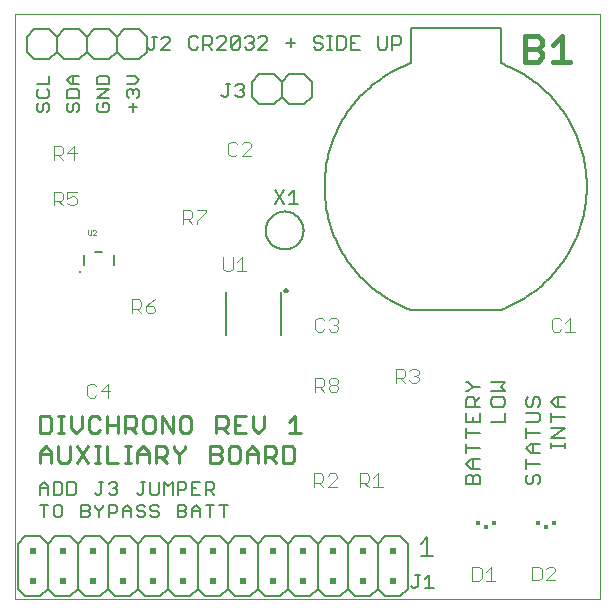
<source format=gto>
G75*
%MOIN*%
%OFA0B0*%
%FSLAX25Y25*%
%IPPOS*%
%LPD*%
%AMOC8*
5,1,8,0,0,1.08239X$1,22.5*
%
%ADD10C,0.00000*%
%ADD11C,0.00600*%
%ADD12C,0.00500*%
%ADD13C,0.00800*%
%ADD14C,0.01000*%
%ADD15R,0.02000X0.02000*%
%ADD16C,0.00400*%
%ADD17C,0.01500*%
%ADD18C,0.01000*%
%ADD19C,0.00100*%
%ADD20R,0.01280X0.01673*%
%ADD21R,0.01378X0.01378*%
D10*
X0001800Y0001800D02*
X0001800Y0196800D01*
X0196800Y0196800D01*
X0196800Y0001800D01*
X0001800Y0001800D01*
D11*
X0002800Y0005300D02*
X0002800Y0020300D01*
X0005300Y0022800D01*
X0010300Y0022800D01*
X0012800Y0020300D01*
X0012800Y0005300D01*
X0010300Y0002800D01*
X0005300Y0002800D01*
X0002800Y0005300D01*
X0012800Y0005300D02*
X0015300Y0002800D01*
X0020300Y0002800D01*
X0022800Y0005300D01*
X0022800Y0020300D01*
X0025300Y0022800D01*
X0030300Y0022800D01*
X0032800Y0020300D01*
X0032800Y0005300D01*
X0030300Y0002800D01*
X0025300Y0002800D01*
X0022800Y0005300D01*
X0032800Y0005300D02*
X0035300Y0002800D01*
X0040300Y0002800D01*
X0042800Y0005300D01*
X0042800Y0020300D01*
X0045300Y0022800D01*
X0050300Y0022800D01*
X0052800Y0020300D01*
X0052800Y0005300D01*
X0050300Y0002800D01*
X0045300Y0002800D01*
X0042800Y0005300D01*
X0052800Y0005300D02*
X0055300Y0002800D01*
X0060300Y0002800D01*
X0062800Y0005300D01*
X0062800Y0020300D01*
X0065300Y0022800D01*
X0070300Y0022800D01*
X0072800Y0020300D01*
X0072800Y0005300D01*
X0070300Y0002800D01*
X0065300Y0002800D01*
X0062800Y0005300D01*
X0072800Y0005300D02*
X0075300Y0002800D01*
X0080300Y0002800D01*
X0082800Y0005300D01*
X0082800Y0020300D01*
X0080300Y0022800D01*
X0075300Y0022800D01*
X0072800Y0020300D01*
X0062800Y0020300D02*
X0060300Y0022800D01*
X0055300Y0022800D01*
X0052800Y0020300D01*
X0042800Y0020300D02*
X0040300Y0022800D01*
X0035300Y0022800D01*
X0032800Y0020300D01*
X0022800Y0020300D02*
X0020300Y0022800D01*
X0015300Y0022800D01*
X0012800Y0020300D01*
X0082800Y0020300D02*
X0085300Y0022800D01*
X0090300Y0022800D01*
X0092800Y0020300D01*
X0092800Y0005300D01*
X0090300Y0002800D01*
X0085300Y0002800D01*
X0082800Y0005300D01*
X0092800Y0005300D02*
X0095300Y0002800D01*
X0100300Y0002800D01*
X0102800Y0005300D01*
X0102800Y0020300D01*
X0100300Y0022800D01*
X0095300Y0022800D01*
X0092800Y0020300D01*
X0102800Y0020300D02*
X0105300Y0022800D01*
X0110300Y0022800D01*
X0112800Y0020300D01*
X0112800Y0005300D01*
X0110300Y0002800D01*
X0105300Y0002800D01*
X0102800Y0005300D01*
X0112800Y0005300D02*
X0115300Y0002800D01*
X0120300Y0002800D01*
X0122800Y0005300D01*
X0122800Y0020300D01*
X0120300Y0022800D01*
X0115300Y0022800D01*
X0112800Y0020300D01*
X0122800Y0020300D02*
X0125300Y0022800D01*
X0130300Y0022800D01*
X0132800Y0020300D01*
X0132800Y0005300D01*
X0130300Y0002800D01*
X0125300Y0002800D01*
X0122800Y0005300D01*
X0137100Y0016100D02*
X0141370Y0016100D01*
X0139235Y0016100D02*
X0139235Y0022505D01*
X0137100Y0020370D01*
X0090699Y0090002D02*
X0090699Y0104198D01*
X0072101Y0104198D02*
X0072101Y0090002D01*
X0085501Y0124800D02*
X0085503Y0124958D01*
X0085509Y0125116D01*
X0085519Y0125274D01*
X0085533Y0125432D01*
X0085551Y0125589D01*
X0085572Y0125746D01*
X0085598Y0125902D01*
X0085628Y0126058D01*
X0085661Y0126213D01*
X0085699Y0126366D01*
X0085740Y0126519D01*
X0085785Y0126671D01*
X0085834Y0126822D01*
X0085887Y0126971D01*
X0085943Y0127119D01*
X0086003Y0127265D01*
X0086067Y0127410D01*
X0086135Y0127553D01*
X0086206Y0127695D01*
X0086280Y0127835D01*
X0086358Y0127972D01*
X0086440Y0128108D01*
X0086524Y0128242D01*
X0086613Y0128373D01*
X0086704Y0128502D01*
X0086799Y0128629D01*
X0086896Y0128754D01*
X0086997Y0128876D01*
X0087101Y0128995D01*
X0087208Y0129112D01*
X0087318Y0129226D01*
X0087431Y0129337D01*
X0087546Y0129446D01*
X0087664Y0129551D01*
X0087785Y0129653D01*
X0087908Y0129753D01*
X0088034Y0129849D01*
X0088162Y0129942D01*
X0088292Y0130032D01*
X0088425Y0130118D01*
X0088560Y0130202D01*
X0088696Y0130281D01*
X0088835Y0130358D01*
X0088976Y0130430D01*
X0089118Y0130500D01*
X0089262Y0130565D01*
X0089408Y0130627D01*
X0089555Y0130685D01*
X0089704Y0130740D01*
X0089854Y0130791D01*
X0090005Y0130838D01*
X0090157Y0130881D01*
X0090310Y0130920D01*
X0090465Y0130956D01*
X0090620Y0130987D01*
X0090776Y0131015D01*
X0090932Y0131039D01*
X0091089Y0131059D01*
X0091247Y0131075D01*
X0091404Y0131087D01*
X0091563Y0131095D01*
X0091721Y0131099D01*
X0091879Y0131099D01*
X0092037Y0131095D01*
X0092196Y0131087D01*
X0092353Y0131075D01*
X0092511Y0131059D01*
X0092668Y0131039D01*
X0092824Y0131015D01*
X0092980Y0130987D01*
X0093135Y0130956D01*
X0093290Y0130920D01*
X0093443Y0130881D01*
X0093595Y0130838D01*
X0093746Y0130791D01*
X0093896Y0130740D01*
X0094045Y0130685D01*
X0094192Y0130627D01*
X0094338Y0130565D01*
X0094482Y0130500D01*
X0094624Y0130430D01*
X0094765Y0130358D01*
X0094904Y0130281D01*
X0095040Y0130202D01*
X0095175Y0130118D01*
X0095308Y0130032D01*
X0095438Y0129942D01*
X0095566Y0129849D01*
X0095692Y0129753D01*
X0095815Y0129653D01*
X0095936Y0129551D01*
X0096054Y0129446D01*
X0096169Y0129337D01*
X0096282Y0129226D01*
X0096392Y0129112D01*
X0096499Y0128995D01*
X0096603Y0128876D01*
X0096704Y0128754D01*
X0096801Y0128629D01*
X0096896Y0128502D01*
X0096987Y0128373D01*
X0097076Y0128242D01*
X0097160Y0128108D01*
X0097242Y0127972D01*
X0097320Y0127835D01*
X0097394Y0127695D01*
X0097465Y0127553D01*
X0097533Y0127410D01*
X0097597Y0127265D01*
X0097657Y0127119D01*
X0097713Y0126971D01*
X0097766Y0126822D01*
X0097815Y0126671D01*
X0097860Y0126519D01*
X0097901Y0126366D01*
X0097939Y0126213D01*
X0097972Y0126058D01*
X0098002Y0125902D01*
X0098028Y0125746D01*
X0098049Y0125589D01*
X0098067Y0125432D01*
X0098081Y0125274D01*
X0098091Y0125116D01*
X0098097Y0124958D01*
X0098099Y0124800D01*
X0098097Y0124642D01*
X0098091Y0124484D01*
X0098081Y0124326D01*
X0098067Y0124168D01*
X0098049Y0124011D01*
X0098028Y0123854D01*
X0098002Y0123698D01*
X0097972Y0123542D01*
X0097939Y0123387D01*
X0097901Y0123234D01*
X0097860Y0123081D01*
X0097815Y0122929D01*
X0097766Y0122778D01*
X0097713Y0122629D01*
X0097657Y0122481D01*
X0097597Y0122335D01*
X0097533Y0122190D01*
X0097465Y0122047D01*
X0097394Y0121905D01*
X0097320Y0121765D01*
X0097242Y0121628D01*
X0097160Y0121492D01*
X0097076Y0121358D01*
X0096987Y0121227D01*
X0096896Y0121098D01*
X0096801Y0120971D01*
X0096704Y0120846D01*
X0096603Y0120724D01*
X0096499Y0120605D01*
X0096392Y0120488D01*
X0096282Y0120374D01*
X0096169Y0120263D01*
X0096054Y0120154D01*
X0095936Y0120049D01*
X0095815Y0119947D01*
X0095692Y0119847D01*
X0095566Y0119751D01*
X0095438Y0119658D01*
X0095308Y0119568D01*
X0095175Y0119482D01*
X0095040Y0119398D01*
X0094904Y0119319D01*
X0094765Y0119242D01*
X0094624Y0119170D01*
X0094482Y0119100D01*
X0094338Y0119035D01*
X0094192Y0118973D01*
X0094045Y0118915D01*
X0093896Y0118860D01*
X0093746Y0118809D01*
X0093595Y0118762D01*
X0093443Y0118719D01*
X0093290Y0118680D01*
X0093135Y0118644D01*
X0092980Y0118613D01*
X0092824Y0118585D01*
X0092668Y0118561D01*
X0092511Y0118541D01*
X0092353Y0118525D01*
X0092196Y0118513D01*
X0092037Y0118505D01*
X0091879Y0118501D01*
X0091721Y0118501D01*
X0091563Y0118505D01*
X0091404Y0118513D01*
X0091247Y0118525D01*
X0091089Y0118541D01*
X0090932Y0118561D01*
X0090776Y0118585D01*
X0090620Y0118613D01*
X0090465Y0118644D01*
X0090310Y0118680D01*
X0090157Y0118719D01*
X0090005Y0118762D01*
X0089854Y0118809D01*
X0089704Y0118860D01*
X0089555Y0118915D01*
X0089408Y0118973D01*
X0089262Y0119035D01*
X0089118Y0119100D01*
X0088976Y0119170D01*
X0088835Y0119242D01*
X0088696Y0119319D01*
X0088560Y0119398D01*
X0088425Y0119482D01*
X0088292Y0119568D01*
X0088162Y0119658D01*
X0088034Y0119751D01*
X0087908Y0119847D01*
X0087785Y0119947D01*
X0087664Y0120049D01*
X0087546Y0120154D01*
X0087431Y0120263D01*
X0087318Y0120374D01*
X0087208Y0120488D01*
X0087101Y0120605D01*
X0086997Y0120724D01*
X0086896Y0120846D01*
X0086799Y0120971D01*
X0086704Y0121098D01*
X0086613Y0121227D01*
X0086524Y0121358D01*
X0086440Y0121492D01*
X0086358Y0121628D01*
X0086280Y0121765D01*
X0086206Y0121905D01*
X0086135Y0122047D01*
X0086067Y0122190D01*
X0086003Y0122335D01*
X0085943Y0122481D01*
X0085887Y0122629D01*
X0085834Y0122778D01*
X0085785Y0122929D01*
X0085740Y0123081D01*
X0085699Y0123234D01*
X0085661Y0123387D01*
X0085628Y0123542D01*
X0085598Y0123698D01*
X0085572Y0123854D01*
X0085551Y0124011D01*
X0085533Y0124168D01*
X0085519Y0124326D01*
X0085509Y0124484D01*
X0085503Y0124642D01*
X0085501Y0124800D01*
X0083300Y0166800D02*
X0080800Y0169300D01*
X0080800Y0174300D01*
X0083300Y0176800D01*
X0088300Y0176800D01*
X0090800Y0174300D01*
X0093300Y0176800D01*
X0098300Y0176800D01*
X0100800Y0174300D01*
X0100800Y0169300D01*
X0098300Y0166800D01*
X0093300Y0166800D01*
X0090800Y0169300D01*
X0088300Y0166800D01*
X0083300Y0166800D01*
X0090800Y0169300D02*
X0090800Y0174300D01*
X0045800Y0184300D02*
X0043300Y0181800D01*
X0038300Y0181800D01*
X0035800Y0184300D01*
X0033300Y0181800D01*
X0028300Y0181800D01*
X0025800Y0184300D01*
X0025800Y0189300D01*
X0028300Y0191800D01*
X0033300Y0191800D01*
X0035800Y0189300D01*
X0038300Y0191800D01*
X0043300Y0191800D01*
X0045800Y0189300D01*
X0045800Y0184300D01*
X0035800Y0184300D02*
X0035800Y0189300D01*
X0025800Y0189300D02*
X0023300Y0191800D01*
X0018300Y0191800D01*
X0015800Y0189300D01*
X0013300Y0191800D01*
X0008300Y0191800D01*
X0005800Y0189300D01*
X0005800Y0184300D01*
X0008300Y0181800D01*
X0013300Y0181800D01*
X0015800Y0184300D01*
X0015800Y0189300D01*
X0015800Y0184300D02*
X0018300Y0181800D01*
X0023300Y0181800D01*
X0025800Y0184300D01*
D12*
X0046142Y0185601D02*
X0046893Y0184850D01*
X0047643Y0184850D01*
X0048394Y0185601D01*
X0048394Y0189354D01*
X0047643Y0189354D02*
X0049145Y0189354D01*
X0050746Y0188603D02*
X0051497Y0189354D01*
X0052998Y0189354D01*
X0053749Y0188603D01*
X0053749Y0187853D01*
X0050746Y0184850D01*
X0053749Y0184850D01*
X0060050Y0185801D02*
X0060801Y0185050D01*
X0062302Y0185050D01*
X0063053Y0185801D01*
X0064654Y0186551D02*
X0066906Y0186551D01*
X0067656Y0187302D01*
X0067656Y0188803D01*
X0066906Y0189554D01*
X0064654Y0189554D01*
X0064654Y0185050D01*
X0066155Y0186551D02*
X0067656Y0185050D01*
X0069258Y0185050D02*
X0072260Y0188053D01*
X0072260Y0188803D01*
X0071510Y0189554D01*
X0070008Y0189554D01*
X0069258Y0188803D01*
X0069258Y0185050D02*
X0072260Y0185050D01*
X0073862Y0185801D02*
X0076864Y0188803D01*
X0076864Y0185801D01*
X0076114Y0185050D01*
X0074612Y0185050D01*
X0073862Y0185801D01*
X0073862Y0188803D01*
X0074612Y0189554D01*
X0076114Y0189554D01*
X0076864Y0188803D01*
X0078466Y0188803D02*
X0079216Y0189554D01*
X0080718Y0189554D01*
X0081468Y0188803D01*
X0081468Y0188053D01*
X0080718Y0187302D01*
X0081468Y0186551D01*
X0081468Y0185801D01*
X0080718Y0185050D01*
X0079216Y0185050D01*
X0078466Y0185801D01*
X0079967Y0187302D02*
X0080718Y0187302D01*
X0083070Y0188803D02*
X0083820Y0189554D01*
X0085322Y0189554D01*
X0086072Y0188803D01*
X0086072Y0188053D01*
X0083070Y0185050D01*
X0086072Y0185050D01*
X0092277Y0187302D02*
X0095280Y0187302D01*
X0093779Y0188803D02*
X0093779Y0185801D01*
X0101485Y0185801D02*
X0102236Y0185050D01*
X0103737Y0185050D01*
X0104488Y0185801D01*
X0104488Y0186551D01*
X0103737Y0187302D01*
X0102236Y0187302D01*
X0101485Y0188053D01*
X0101485Y0188803D01*
X0102236Y0189554D01*
X0103737Y0189554D01*
X0104488Y0188803D01*
X0106089Y0189554D02*
X0107591Y0189554D01*
X0106840Y0189554D02*
X0106840Y0185050D01*
X0106089Y0185050D02*
X0107591Y0185050D01*
X0109159Y0185050D02*
X0111410Y0185050D01*
X0112161Y0185801D01*
X0112161Y0188803D01*
X0111410Y0189554D01*
X0109159Y0189554D01*
X0109159Y0185050D01*
X0113762Y0185050D02*
X0113762Y0189554D01*
X0116765Y0189554D01*
X0115264Y0187302D02*
X0113762Y0187302D01*
X0113762Y0185050D02*
X0116765Y0185050D01*
X0122970Y0185801D02*
X0123721Y0185050D01*
X0125222Y0185050D01*
X0125973Y0185801D01*
X0125973Y0189554D01*
X0127574Y0189554D02*
X0129826Y0189554D01*
X0130577Y0188803D01*
X0130577Y0187302D01*
X0129826Y0186551D01*
X0127574Y0186551D01*
X0127574Y0185050D02*
X0127574Y0189554D01*
X0122970Y0189554D02*
X0122970Y0185801D01*
X0078356Y0173003D02*
X0078356Y0172253D01*
X0077606Y0171502D01*
X0078356Y0170751D01*
X0078356Y0170001D01*
X0077606Y0169250D01*
X0076105Y0169250D01*
X0075354Y0170001D01*
X0076855Y0171502D02*
X0077606Y0171502D01*
X0078356Y0173003D02*
X0077606Y0173754D01*
X0076105Y0173754D01*
X0075354Y0173003D01*
X0073753Y0173754D02*
X0072251Y0173754D01*
X0073002Y0173754D02*
X0073002Y0170001D01*
X0072251Y0169250D01*
X0071501Y0169250D01*
X0070750Y0170001D01*
X0060050Y0185801D02*
X0060050Y0188803D01*
X0060801Y0189554D01*
X0062302Y0189554D01*
X0063053Y0188803D01*
X0088664Y0138093D02*
X0091667Y0133589D01*
X0093268Y0133589D02*
X0096271Y0133589D01*
X0094769Y0133589D02*
X0094769Y0138093D01*
X0093268Y0136592D01*
X0091667Y0138093D02*
X0088664Y0133589D01*
X0135343Y0010054D02*
X0136845Y0010054D01*
X0136094Y0010054D02*
X0136094Y0006301D01*
X0135343Y0005550D01*
X0134593Y0005550D01*
X0133842Y0006301D01*
X0138446Y0005550D02*
X0141449Y0005550D01*
X0139947Y0005550D02*
X0139947Y0010054D01*
X0138446Y0008553D01*
D13*
X0152196Y0040200D02*
X0152196Y0042602D01*
X0152997Y0043403D01*
X0153797Y0043403D01*
X0154598Y0042602D01*
X0154598Y0040200D01*
X0157000Y0040200D02*
X0157000Y0042602D01*
X0156199Y0043403D01*
X0155399Y0043403D01*
X0154598Y0042602D01*
X0154598Y0045356D02*
X0154598Y0048559D01*
X0153797Y0048559D02*
X0157000Y0048559D01*
X0153797Y0048559D02*
X0152196Y0046958D01*
X0153797Y0045356D01*
X0157000Y0045356D01*
X0157000Y0040200D02*
X0152196Y0040200D01*
X0152196Y0050513D02*
X0152196Y0053716D01*
X0152196Y0052114D02*
X0157000Y0052114D01*
X0157000Y0057271D02*
X0152196Y0057271D01*
X0152196Y0058872D02*
X0152196Y0055669D01*
X0152196Y0060826D02*
X0157000Y0060826D01*
X0157000Y0064028D01*
X0157000Y0065982D02*
X0152196Y0065982D01*
X0152196Y0068384D01*
X0152997Y0069185D01*
X0154598Y0069185D01*
X0155399Y0068384D01*
X0155399Y0065982D01*
X0155399Y0067583D02*
X0157000Y0069185D01*
X0157000Y0072740D02*
X0154598Y0072740D01*
X0152997Y0074341D01*
X0152196Y0074341D01*
X0154598Y0072740D02*
X0152997Y0071138D01*
X0152196Y0071138D01*
X0152196Y0064028D02*
X0152196Y0060826D01*
X0154598Y0060826D02*
X0154598Y0062427D01*
X0160596Y0060826D02*
X0165400Y0060826D01*
X0165400Y0064028D01*
X0164599Y0065982D02*
X0165400Y0066783D01*
X0165400Y0068384D01*
X0164599Y0069185D01*
X0161397Y0069185D01*
X0160596Y0068384D01*
X0160596Y0066783D01*
X0161397Y0065982D01*
X0164599Y0065982D01*
X0165400Y0071138D02*
X0160596Y0071138D01*
X0160596Y0074341D02*
X0165400Y0074341D01*
X0163799Y0072740D01*
X0165400Y0071138D01*
X0172196Y0068384D02*
X0172196Y0066783D01*
X0172997Y0065982D01*
X0173797Y0065982D01*
X0174598Y0066783D01*
X0174598Y0068384D01*
X0175399Y0069185D01*
X0176199Y0069185D01*
X0177000Y0068384D01*
X0177000Y0066783D01*
X0176199Y0065982D01*
X0176199Y0064028D02*
X0172196Y0064028D01*
X0172196Y0060826D02*
X0176199Y0060826D01*
X0177000Y0061626D01*
X0177000Y0063228D01*
X0176199Y0064028D01*
X0180596Y0064028D02*
X0180596Y0060826D01*
X0180596Y0062427D02*
X0185400Y0062427D01*
X0185400Y0065982D02*
X0182197Y0065982D01*
X0180596Y0067583D01*
X0182197Y0069185D01*
X0185400Y0069185D01*
X0182998Y0069185D02*
X0182998Y0065982D01*
X0185400Y0058872D02*
X0180596Y0058872D01*
X0180596Y0055669D02*
X0185400Y0058872D01*
X0185400Y0055669D02*
X0180596Y0055669D01*
X0180596Y0053833D02*
X0180596Y0052232D01*
X0180596Y0053032D02*
X0185400Y0053032D01*
X0185400Y0052232D02*
X0185400Y0053833D01*
X0177000Y0053716D02*
X0173797Y0053716D01*
X0172196Y0052114D01*
X0173797Y0050513D01*
X0177000Y0050513D01*
X0174598Y0050513D02*
X0174598Y0053716D01*
X0172196Y0055669D02*
X0172196Y0058872D01*
X0172196Y0057271D02*
X0177000Y0057271D01*
X0172196Y0048559D02*
X0172196Y0045356D01*
X0172196Y0046958D02*
X0177000Y0046958D01*
X0176199Y0043403D02*
X0177000Y0042602D01*
X0177000Y0041001D01*
X0176199Y0040200D01*
X0174598Y0041001D02*
X0174598Y0042602D01*
X0175399Y0043403D01*
X0176199Y0043403D01*
X0174598Y0041001D02*
X0173797Y0040200D01*
X0172997Y0040200D01*
X0172196Y0041001D01*
X0172196Y0042602D01*
X0172997Y0043403D01*
X0172196Y0068384D02*
X0172997Y0069185D01*
X0163761Y0098304D02*
X0133839Y0098304D01*
X0091685Y0104750D02*
X0091687Y0104797D01*
X0091693Y0104844D01*
X0091703Y0104891D01*
X0091716Y0104936D01*
X0091734Y0104980D01*
X0091755Y0105022D01*
X0091779Y0105063D01*
X0091807Y0105101D01*
X0091838Y0105137D01*
X0091872Y0105170D01*
X0091908Y0105200D01*
X0091947Y0105227D01*
X0091988Y0105251D01*
X0092031Y0105271D01*
X0092075Y0105287D01*
X0092121Y0105300D01*
X0092167Y0105309D01*
X0092215Y0105314D01*
X0092262Y0105315D01*
X0092309Y0105312D01*
X0092356Y0105305D01*
X0092402Y0105294D01*
X0092447Y0105280D01*
X0092491Y0105261D01*
X0092532Y0105239D01*
X0092572Y0105214D01*
X0092610Y0105185D01*
X0092645Y0105154D01*
X0092678Y0105119D01*
X0092707Y0105082D01*
X0092733Y0105043D01*
X0092756Y0105001D01*
X0092775Y0104958D01*
X0092791Y0104913D01*
X0092803Y0104867D01*
X0092811Y0104821D01*
X0092815Y0104774D01*
X0092815Y0104726D01*
X0092811Y0104679D01*
X0092803Y0104633D01*
X0092791Y0104587D01*
X0092775Y0104542D01*
X0092756Y0104499D01*
X0092733Y0104457D01*
X0092707Y0104418D01*
X0092678Y0104381D01*
X0092645Y0104346D01*
X0092610Y0104315D01*
X0092572Y0104286D01*
X0092533Y0104261D01*
X0092491Y0104239D01*
X0092447Y0104220D01*
X0092402Y0104206D01*
X0092356Y0104195D01*
X0092309Y0104188D01*
X0092262Y0104185D01*
X0092215Y0104186D01*
X0092167Y0104191D01*
X0092121Y0104200D01*
X0092075Y0104213D01*
X0092031Y0104229D01*
X0091988Y0104249D01*
X0091947Y0104273D01*
X0091908Y0104300D01*
X0091872Y0104330D01*
X0091838Y0104363D01*
X0091807Y0104399D01*
X0091779Y0104437D01*
X0091755Y0104478D01*
X0091734Y0104520D01*
X0091716Y0104564D01*
X0091703Y0104609D01*
X0091693Y0104656D01*
X0091687Y0104703D01*
X0091685Y0104750D01*
X0034800Y0113109D02*
X0034800Y0116491D01*
X0030857Y0117591D02*
X0028743Y0117591D01*
X0024800Y0116491D02*
X0024800Y0113109D01*
X0022699Y0164388D02*
X0023400Y0165089D01*
X0023400Y0166490D01*
X0022699Y0167191D01*
X0021999Y0167191D01*
X0021298Y0166490D01*
X0021298Y0165089D01*
X0020598Y0164388D01*
X0019897Y0164388D01*
X0019196Y0165089D01*
X0019196Y0166490D01*
X0019897Y0167191D01*
X0019196Y0168992D02*
X0019196Y0171094D01*
X0019897Y0171795D01*
X0022699Y0171795D01*
X0023400Y0171094D01*
X0023400Y0168992D01*
X0019196Y0168992D01*
X0020598Y0173596D02*
X0019196Y0174997D01*
X0020598Y0176398D01*
X0023400Y0176398D01*
X0021298Y0176398D02*
X0021298Y0173596D01*
X0020598Y0173596D02*
X0023400Y0173596D01*
X0029196Y0173596D02*
X0029196Y0175698D01*
X0029897Y0176398D01*
X0032699Y0176398D01*
X0033400Y0175698D01*
X0033400Y0173596D01*
X0029196Y0173596D01*
X0029196Y0171795D02*
X0033400Y0171795D01*
X0029196Y0168992D01*
X0033400Y0168992D01*
X0032699Y0167191D02*
X0031298Y0167191D01*
X0031298Y0165789D01*
X0029897Y0164388D02*
X0032699Y0164388D01*
X0033400Y0165089D01*
X0033400Y0166490D01*
X0032699Y0167191D01*
X0029897Y0167191D02*
X0029196Y0166490D01*
X0029196Y0165089D01*
X0029897Y0164388D01*
X0039897Y0165789D02*
X0042699Y0165789D01*
X0041298Y0164388D02*
X0041298Y0167191D01*
X0039897Y0168992D02*
X0039196Y0169693D01*
X0039196Y0171094D01*
X0039897Y0171795D01*
X0040598Y0171795D01*
X0041298Y0171094D01*
X0041999Y0171795D01*
X0042699Y0171795D01*
X0043400Y0171094D01*
X0043400Y0169693D01*
X0042699Y0168992D01*
X0041298Y0170393D02*
X0041298Y0171094D01*
X0041999Y0173596D02*
X0039196Y0173596D01*
X0039196Y0176398D02*
X0041999Y0176398D01*
X0043400Y0174997D01*
X0041999Y0173596D01*
X0013400Y0173596D02*
X0013400Y0176398D01*
X0013400Y0173596D02*
X0009196Y0173596D01*
X0009897Y0171795D02*
X0009196Y0171094D01*
X0009196Y0169693D01*
X0009897Y0168992D01*
X0012699Y0168992D01*
X0013400Y0169693D01*
X0013400Y0171094D01*
X0012699Y0171795D01*
X0012699Y0167191D02*
X0011999Y0167191D01*
X0011298Y0166490D01*
X0011298Y0165089D01*
X0010598Y0164388D01*
X0009897Y0164388D01*
X0009196Y0165089D01*
X0009196Y0166490D01*
X0009897Y0167191D01*
X0012699Y0167191D02*
X0013400Y0166490D01*
X0013400Y0165089D01*
X0012699Y0164388D01*
X0133839Y0180509D02*
X0133839Y0192241D01*
X0163761Y0192241D01*
X0163761Y0180509D01*
X0133840Y0180508D02*
X0132841Y0180129D01*
X0131852Y0179726D01*
X0130873Y0179299D01*
X0129905Y0178848D01*
X0128948Y0178374D01*
X0128002Y0177877D01*
X0127070Y0177356D01*
X0126150Y0176813D01*
X0125244Y0176248D01*
X0124351Y0175660D01*
X0123474Y0175051D01*
X0122611Y0174421D01*
X0121765Y0173770D01*
X0120934Y0173099D01*
X0120120Y0172407D01*
X0119323Y0171696D01*
X0118544Y0170965D01*
X0117783Y0170216D01*
X0117040Y0169448D01*
X0116316Y0168663D01*
X0115612Y0167860D01*
X0114927Y0167040D01*
X0114263Y0166203D01*
X0113619Y0165351D01*
X0112996Y0164483D01*
X0112395Y0163601D01*
X0111815Y0162703D01*
X0111258Y0161792D01*
X0110722Y0160868D01*
X0110210Y0159931D01*
X0109721Y0158981D01*
X0109254Y0158020D01*
X0108812Y0157048D01*
X0108393Y0156065D01*
X0107999Y0155073D01*
X0107628Y0154071D01*
X0107283Y0153060D01*
X0106962Y0152041D01*
X0106666Y0151015D01*
X0106395Y0149982D01*
X0106150Y0148942D01*
X0105930Y0147897D01*
X0105735Y0146847D01*
X0105566Y0145792D01*
X0105424Y0144734D01*
X0105306Y0143672D01*
X0105215Y0142608D01*
X0105150Y0141541D01*
X0105111Y0140474D01*
X0105098Y0139406D01*
X0105111Y0138338D01*
X0105150Y0137271D01*
X0105215Y0136204D01*
X0105306Y0135140D01*
X0105424Y0134078D01*
X0105566Y0133020D01*
X0105735Y0131965D01*
X0105930Y0130915D01*
X0106150Y0129870D01*
X0106395Y0128830D01*
X0106666Y0127797D01*
X0106962Y0126771D01*
X0107283Y0125752D01*
X0107628Y0124741D01*
X0107999Y0123739D01*
X0108393Y0122747D01*
X0108812Y0121764D01*
X0109254Y0120792D01*
X0109721Y0119831D01*
X0110210Y0118881D01*
X0110722Y0117944D01*
X0111258Y0117020D01*
X0111815Y0116109D01*
X0112395Y0115211D01*
X0112996Y0114329D01*
X0113619Y0113461D01*
X0114263Y0112609D01*
X0114927Y0111772D01*
X0115612Y0110952D01*
X0116316Y0110149D01*
X0117040Y0109364D01*
X0117783Y0108596D01*
X0118544Y0107847D01*
X0119323Y0107116D01*
X0120120Y0106405D01*
X0120934Y0105713D01*
X0121765Y0105042D01*
X0122611Y0104391D01*
X0123474Y0103761D01*
X0124351Y0103152D01*
X0125244Y0102564D01*
X0126150Y0101999D01*
X0127070Y0101456D01*
X0128002Y0100935D01*
X0128948Y0100438D01*
X0129905Y0099964D01*
X0130873Y0099513D01*
X0131852Y0099086D01*
X0132841Y0098683D01*
X0133840Y0098304D01*
X0163760Y0098304D02*
X0164759Y0098683D01*
X0165748Y0099086D01*
X0166727Y0099513D01*
X0167695Y0099964D01*
X0168652Y0100438D01*
X0169598Y0100935D01*
X0170530Y0101456D01*
X0171450Y0101999D01*
X0172356Y0102564D01*
X0173249Y0103152D01*
X0174126Y0103761D01*
X0174989Y0104391D01*
X0175835Y0105042D01*
X0176666Y0105713D01*
X0177480Y0106405D01*
X0178277Y0107116D01*
X0179056Y0107847D01*
X0179817Y0108596D01*
X0180560Y0109364D01*
X0181284Y0110149D01*
X0181988Y0110952D01*
X0182673Y0111772D01*
X0183337Y0112609D01*
X0183981Y0113461D01*
X0184604Y0114329D01*
X0185205Y0115211D01*
X0185785Y0116109D01*
X0186342Y0117020D01*
X0186878Y0117944D01*
X0187390Y0118881D01*
X0187879Y0119831D01*
X0188346Y0120792D01*
X0188788Y0121764D01*
X0189207Y0122747D01*
X0189601Y0123739D01*
X0189972Y0124741D01*
X0190317Y0125752D01*
X0190638Y0126771D01*
X0190934Y0127797D01*
X0191205Y0128830D01*
X0191450Y0129870D01*
X0191670Y0130915D01*
X0191865Y0131965D01*
X0192034Y0133020D01*
X0192176Y0134078D01*
X0192294Y0135140D01*
X0192385Y0136204D01*
X0192450Y0137271D01*
X0192489Y0138338D01*
X0192502Y0139406D01*
X0192489Y0140474D01*
X0192450Y0141541D01*
X0192385Y0142608D01*
X0192294Y0143672D01*
X0192176Y0144734D01*
X0192034Y0145792D01*
X0191865Y0146847D01*
X0191670Y0147897D01*
X0191450Y0148942D01*
X0191205Y0149982D01*
X0190934Y0151015D01*
X0190638Y0152041D01*
X0190317Y0153060D01*
X0189972Y0154071D01*
X0189601Y0155073D01*
X0189207Y0156065D01*
X0188788Y0157048D01*
X0188346Y0158020D01*
X0187879Y0158981D01*
X0187390Y0159931D01*
X0186878Y0160868D01*
X0186342Y0161792D01*
X0185785Y0162703D01*
X0185205Y0163601D01*
X0184604Y0164483D01*
X0183981Y0165351D01*
X0183337Y0166203D01*
X0182673Y0167040D01*
X0181988Y0167860D01*
X0181284Y0168663D01*
X0180560Y0169448D01*
X0179817Y0170216D01*
X0179056Y0170965D01*
X0178277Y0171696D01*
X0177480Y0172407D01*
X0176666Y0173099D01*
X0175835Y0173770D01*
X0174989Y0174421D01*
X0174126Y0175051D01*
X0173249Y0175660D01*
X0172356Y0176248D01*
X0171450Y0176813D01*
X0170530Y0177356D01*
X0169598Y0177877D01*
X0168652Y0178374D01*
X0167695Y0178848D01*
X0166727Y0179299D01*
X0165748Y0179726D01*
X0164759Y0180129D01*
X0163760Y0180508D01*
X0067549Y0040904D02*
X0065447Y0040904D01*
X0065447Y0036700D01*
X0065447Y0038101D02*
X0067549Y0038101D01*
X0068249Y0038802D01*
X0068249Y0040203D01*
X0067549Y0040904D01*
X0066848Y0038101D02*
X0068249Y0036700D01*
X0068249Y0033404D02*
X0065447Y0033404D01*
X0066848Y0033404D02*
X0066848Y0029200D01*
X0063646Y0029200D02*
X0063646Y0032002D01*
X0062244Y0033404D01*
X0060843Y0032002D01*
X0060843Y0029200D01*
X0059042Y0029901D02*
X0058341Y0029200D01*
X0056239Y0029200D01*
X0056239Y0033404D01*
X0058341Y0033404D01*
X0059042Y0032703D01*
X0059042Y0032002D01*
X0058341Y0031302D01*
X0056239Y0031302D01*
X0058341Y0031302D02*
X0059042Y0030601D01*
X0059042Y0029901D01*
X0060843Y0031302D02*
X0063646Y0031302D01*
X0063646Y0036700D02*
X0060843Y0036700D01*
X0060843Y0040904D01*
X0063646Y0040904D01*
X0062244Y0038802D02*
X0060843Y0038802D01*
X0059042Y0038802D02*
X0059042Y0040203D01*
X0058341Y0040904D01*
X0056239Y0040904D01*
X0056239Y0036700D01*
X0056239Y0038101D02*
X0058341Y0038101D01*
X0059042Y0038802D01*
X0054438Y0040904D02*
X0054438Y0036700D01*
X0053037Y0039502D02*
X0054438Y0040904D01*
X0053037Y0039502D02*
X0051635Y0040904D01*
X0051635Y0036700D01*
X0049834Y0037401D02*
X0049834Y0040904D01*
X0047031Y0040904D02*
X0047031Y0037401D01*
X0047732Y0036700D01*
X0049133Y0036700D01*
X0049834Y0037401D01*
X0049133Y0033404D02*
X0047732Y0033404D01*
X0047031Y0032703D01*
X0047031Y0032002D01*
X0047732Y0031302D01*
X0049133Y0031302D01*
X0049834Y0030601D01*
X0049834Y0029901D01*
X0049133Y0029200D01*
X0047732Y0029200D01*
X0047031Y0029901D01*
X0045230Y0029901D02*
X0044529Y0029200D01*
X0043128Y0029200D01*
X0042427Y0029901D01*
X0043128Y0031302D02*
X0044529Y0031302D01*
X0045230Y0030601D01*
X0045230Y0029901D01*
X0043128Y0031302D02*
X0042427Y0032002D01*
X0042427Y0032703D01*
X0043128Y0033404D01*
X0044529Y0033404D01*
X0045230Y0032703D01*
X0049133Y0033404D02*
X0049834Y0032703D01*
X0044529Y0037401D02*
X0044529Y0040904D01*
X0043829Y0040904D02*
X0045230Y0040904D01*
X0044529Y0037401D02*
X0043829Y0036700D01*
X0043128Y0036700D01*
X0042427Y0037401D01*
X0039225Y0033404D02*
X0040626Y0032002D01*
X0040626Y0029200D01*
X0040626Y0031302D02*
X0037824Y0031302D01*
X0037824Y0032002D02*
X0037824Y0029200D01*
X0036022Y0031302D02*
X0035321Y0030601D01*
X0033220Y0030601D01*
X0033220Y0029200D02*
X0033220Y0033404D01*
X0035321Y0033404D01*
X0036022Y0032703D01*
X0036022Y0031302D01*
X0037824Y0032002D02*
X0039225Y0033404D01*
X0035321Y0036700D02*
X0033920Y0036700D01*
X0033220Y0037401D01*
X0034621Y0038802D02*
X0035321Y0038802D01*
X0036022Y0038101D01*
X0036022Y0037401D01*
X0035321Y0036700D01*
X0035321Y0038802D02*
X0036022Y0039502D01*
X0036022Y0040203D01*
X0035321Y0040904D01*
X0033920Y0040904D01*
X0033220Y0040203D01*
X0031418Y0040904D02*
X0030017Y0040904D01*
X0030717Y0040904D02*
X0030717Y0037401D01*
X0030017Y0036700D01*
X0029316Y0036700D01*
X0028616Y0037401D01*
X0028616Y0033404D02*
X0028616Y0032703D01*
X0030017Y0031302D01*
X0030017Y0029200D01*
X0030017Y0031302D02*
X0031418Y0032703D01*
X0031418Y0033404D01*
X0026814Y0032703D02*
X0026814Y0032002D01*
X0026114Y0031302D01*
X0024012Y0031302D01*
X0026114Y0031302D02*
X0026814Y0030601D01*
X0026814Y0029901D01*
X0026114Y0029200D01*
X0024012Y0029200D01*
X0024012Y0033404D01*
X0026114Y0033404D01*
X0026814Y0032703D01*
X0022210Y0037401D02*
X0022210Y0040203D01*
X0021510Y0040904D01*
X0019408Y0040904D01*
X0019408Y0036700D01*
X0021510Y0036700D01*
X0022210Y0037401D01*
X0017606Y0037401D02*
X0017606Y0040203D01*
X0016906Y0040904D01*
X0014804Y0040904D01*
X0014804Y0036700D01*
X0016906Y0036700D01*
X0017606Y0037401D01*
X0016906Y0033404D02*
X0015505Y0033404D01*
X0014804Y0032703D01*
X0014804Y0029901D01*
X0015505Y0029200D01*
X0016906Y0029200D01*
X0017606Y0029901D01*
X0017606Y0032703D01*
X0016906Y0033404D01*
X0013002Y0033404D02*
X0010200Y0033404D01*
X0011601Y0033404D02*
X0011601Y0029200D01*
X0010200Y0036700D02*
X0010200Y0039502D01*
X0011601Y0040904D01*
X0013002Y0039502D01*
X0013002Y0036700D01*
X0013002Y0038802D02*
X0010200Y0038802D01*
X0070051Y0033404D02*
X0072853Y0033404D01*
X0071452Y0033404D02*
X0071452Y0029200D01*
D14*
X0069823Y0047300D02*
X0067020Y0047300D01*
X0067020Y0052905D01*
X0069823Y0052905D01*
X0070757Y0051971D01*
X0070757Y0051037D01*
X0069823Y0050102D01*
X0067020Y0050102D01*
X0069823Y0050102D02*
X0070757Y0049168D01*
X0070757Y0048234D01*
X0069823Y0047300D01*
X0073098Y0048234D02*
X0074032Y0047300D01*
X0075900Y0047300D01*
X0076834Y0048234D01*
X0076834Y0051971D01*
X0075900Y0052905D01*
X0074032Y0052905D01*
X0073098Y0051971D01*
X0073098Y0048234D01*
X0079175Y0047300D02*
X0079175Y0051037D01*
X0081043Y0052905D01*
X0082911Y0051037D01*
X0082911Y0047300D01*
X0085252Y0047300D02*
X0085252Y0052905D01*
X0088054Y0052905D01*
X0088989Y0051971D01*
X0088989Y0050102D01*
X0088054Y0049168D01*
X0085252Y0049168D01*
X0087120Y0049168D02*
X0088989Y0047300D01*
X0091329Y0047300D02*
X0094132Y0047300D01*
X0095066Y0048234D01*
X0095066Y0051971D01*
X0094132Y0052905D01*
X0091329Y0052905D01*
X0091329Y0047300D01*
X0082911Y0050102D02*
X0079175Y0050102D01*
X0078860Y0057200D02*
X0075123Y0057200D01*
X0075123Y0062805D01*
X0078860Y0062805D01*
X0081201Y0062805D02*
X0081201Y0059068D01*
X0083069Y0057200D01*
X0084937Y0059068D01*
X0084937Y0062805D01*
X0076992Y0060002D02*
X0075123Y0060002D01*
X0072783Y0060002D02*
X0072783Y0061871D01*
X0071849Y0062805D01*
X0069046Y0062805D01*
X0069046Y0057200D01*
X0069046Y0059068D02*
X0071849Y0059068D01*
X0072783Y0060002D01*
X0070914Y0059068D02*
X0072783Y0057200D01*
X0060628Y0058134D02*
X0060628Y0061871D01*
X0059694Y0062805D01*
X0057826Y0062805D01*
X0056892Y0061871D01*
X0056892Y0058134D01*
X0057826Y0057200D01*
X0059694Y0057200D01*
X0060628Y0058134D01*
X0058603Y0052905D02*
X0058603Y0051971D01*
X0056734Y0050102D01*
X0056734Y0047300D01*
X0056734Y0050102D02*
X0054866Y0051971D01*
X0054866Y0052905D01*
X0052525Y0051971D02*
X0052525Y0050102D01*
X0051591Y0049168D01*
X0048789Y0049168D01*
X0048789Y0047300D02*
X0048789Y0052905D01*
X0051591Y0052905D01*
X0052525Y0051971D01*
X0050657Y0049168D02*
X0052525Y0047300D01*
X0046448Y0047300D02*
X0046448Y0051037D01*
X0044580Y0052905D01*
X0042712Y0051037D01*
X0042712Y0047300D01*
X0040528Y0047300D02*
X0038660Y0047300D01*
X0039594Y0047300D02*
X0039594Y0052905D01*
X0038660Y0052905D02*
X0040528Y0052905D01*
X0042712Y0050102D02*
X0046448Y0050102D01*
X0045672Y0057200D02*
X0047540Y0057200D01*
X0048474Y0058134D01*
X0048474Y0061871D01*
X0047540Y0062805D01*
X0045672Y0062805D01*
X0044737Y0061871D01*
X0044737Y0058134D01*
X0045672Y0057200D01*
X0042397Y0057200D02*
X0040528Y0059068D01*
X0041463Y0059068D02*
X0038660Y0059068D01*
X0038660Y0057200D02*
X0038660Y0062805D01*
X0041463Y0062805D01*
X0042397Y0061871D01*
X0042397Y0060002D01*
X0041463Y0059068D01*
X0036320Y0060002D02*
X0032583Y0060002D01*
X0032583Y0057200D02*
X0032583Y0062805D01*
X0030242Y0061871D02*
X0029308Y0062805D01*
X0027440Y0062805D01*
X0026506Y0061871D01*
X0026506Y0058134D01*
X0027440Y0057200D01*
X0029308Y0057200D01*
X0030242Y0058134D01*
X0030400Y0052905D02*
X0028532Y0052905D01*
X0029466Y0052905D02*
X0029466Y0047300D01*
X0028532Y0047300D02*
X0030400Y0047300D01*
X0032583Y0047300D02*
X0036320Y0047300D01*
X0032583Y0047300D02*
X0032583Y0052905D01*
X0036320Y0057200D02*
X0036320Y0062805D01*
X0026191Y0052905D02*
X0022454Y0047300D01*
X0026191Y0047300D02*
X0022454Y0052905D01*
X0020114Y0052905D02*
X0020114Y0048234D01*
X0019180Y0047300D01*
X0017311Y0047300D01*
X0016377Y0048234D01*
X0016377Y0052905D01*
X0014037Y0051037D02*
X0014037Y0047300D01*
X0010300Y0047300D02*
X0010300Y0051037D01*
X0012168Y0052905D01*
X0014037Y0051037D01*
X0014037Y0050102D02*
X0010300Y0050102D01*
X0010300Y0057200D02*
X0013102Y0057200D01*
X0014037Y0058134D01*
X0014037Y0061871D01*
X0013102Y0062805D01*
X0010300Y0062805D01*
X0010300Y0057200D01*
X0016377Y0057200D02*
X0018245Y0057200D01*
X0017311Y0057200D02*
X0017311Y0062805D01*
X0016377Y0062805D02*
X0018245Y0062805D01*
X0020429Y0062805D02*
X0020429Y0059068D01*
X0022297Y0057200D01*
X0024165Y0059068D01*
X0024165Y0062805D01*
X0050815Y0062805D02*
X0050815Y0057200D01*
X0054551Y0057200D02*
X0054551Y0062805D01*
X0050815Y0062805D02*
X0054551Y0057200D01*
X0093355Y0057200D02*
X0097091Y0057200D01*
X0095223Y0057200D02*
X0095223Y0062805D01*
X0093355Y0060937D01*
D15*
X0097800Y0017800D03*
X0097800Y0007800D03*
X0087800Y0007800D03*
X0087800Y0017800D03*
X0077800Y0017800D03*
X0077800Y0007800D03*
X0067800Y0007800D03*
X0067800Y0017800D03*
X0057800Y0017800D03*
X0057800Y0007800D03*
X0047800Y0007800D03*
X0047800Y0017800D03*
X0037800Y0017800D03*
X0037800Y0007800D03*
X0027800Y0007800D03*
X0027800Y0017800D03*
X0017800Y0017800D03*
X0017800Y0007800D03*
X0007800Y0007800D03*
X0007800Y0017800D03*
X0107800Y0017800D03*
X0107800Y0007800D03*
X0117800Y0007800D03*
X0117800Y0017800D03*
X0127800Y0017800D03*
X0127800Y0007800D03*
D16*
X0154392Y0008000D02*
X0156694Y0008000D01*
X0157461Y0008767D01*
X0157461Y0011837D01*
X0156694Y0012604D01*
X0154392Y0012604D01*
X0154392Y0008000D01*
X0158996Y0008000D02*
X0162065Y0008000D01*
X0160531Y0008000D02*
X0160531Y0012604D01*
X0158996Y0011069D01*
X0174392Y0012704D02*
X0174392Y0008100D01*
X0176694Y0008100D01*
X0177461Y0008867D01*
X0177461Y0011937D01*
X0176694Y0012704D01*
X0174392Y0012704D01*
X0178996Y0011937D02*
X0179763Y0012704D01*
X0181298Y0012704D01*
X0182065Y0011937D01*
X0182065Y0011169D01*
X0178996Y0008100D01*
X0182065Y0008100D01*
X0124473Y0039200D02*
X0121404Y0039200D01*
X0122939Y0039200D02*
X0122939Y0043804D01*
X0121404Y0042269D01*
X0119869Y0041502D02*
X0119102Y0040735D01*
X0116800Y0040735D01*
X0118335Y0040735D02*
X0119869Y0039200D01*
X0119869Y0041502D02*
X0119869Y0043037D01*
X0119102Y0043804D01*
X0116800Y0043804D01*
X0116800Y0039200D01*
X0109273Y0039200D02*
X0106204Y0039200D01*
X0109273Y0042269D01*
X0109273Y0043037D01*
X0108506Y0043804D01*
X0106971Y0043804D01*
X0106204Y0043037D01*
X0104669Y0043037D02*
X0104669Y0041502D01*
X0103902Y0040735D01*
X0101600Y0040735D01*
X0103135Y0040735D02*
X0104669Y0039200D01*
X0101600Y0039200D02*
X0101600Y0043804D01*
X0103902Y0043804D01*
X0104669Y0043037D01*
X0105069Y0071000D02*
X0103535Y0072535D01*
X0104302Y0072535D02*
X0102000Y0072535D01*
X0102000Y0071000D02*
X0102000Y0075604D01*
X0104302Y0075604D01*
X0105069Y0074837D01*
X0105069Y0073302D01*
X0104302Y0072535D01*
X0106604Y0072535D02*
X0107371Y0073302D01*
X0108906Y0073302D01*
X0109673Y0072535D01*
X0109673Y0071767D01*
X0108906Y0071000D01*
X0107371Y0071000D01*
X0106604Y0071767D01*
X0106604Y0072535D01*
X0107371Y0073302D02*
X0106604Y0074069D01*
X0106604Y0074837D01*
X0107371Y0075604D01*
X0108906Y0075604D01*
X0109673Y0074837D01*
X0109673Y0074069D01*
X0108906Y0073302D01*
X0108906Y0091000D02*
X0107371Y0091000D01*
X0106604Y0091767D01*
X0105069Y0091767D02*
X0104302Y0091000D01*
X0102767Y0091000D01*
X0102000Y0091767D01*
X0102000Y0094837D01*
X0102767Y0095604D01*
X0104302Y0095604D01*
X0105069Y0094837D01*
X0106604Y0094837D02*
X0107371Y0095604D01*
X0108906Y0095604D01*
X0109673Y0094837D01*
X0109673Y0094069D01*
X0108906Y0093302D01*
X0109673Y0092535D01*
X0109673Y0091767D01*
X0108906Y0091000D01*
X0108906Y0093302D02*
X0108139Y0093302D01*
X0128792Y0078604D02*
X0128792Y0074000D01*
X0128792Y0075535D02*
X0131094Y0075535D01*
X0131861Y0076302D01*
X0131861Y0077837D01*
X0131094Y0078604D01*
X0128792Y0078604D01*
X0130327Y0075535D02*
X0131861Y0074000D01*
X0133396Y0074767D02*
X0134163Y0074000D01*
X0135698Y0074000D01*
X0136465Y0074767D01*
X0136465Y0075535D01*
X0135698Y0076302D01*
X0134931Y0076302D01*
X0135698Y0076302D02*
X0136465Y0077069D01*
X0136465Y0077837D01*
X0135698Y0078604D01*
X0134163Y0078604D01*
X0133396Y0077837D01*
X0180792Y0091767D02*
X0181559Y0091000D01*
X0183094Y0091000D01*
X0183861Y0091767D01*
X0185396Y0091000D02*
X0188465Y0091000D01*
X0186931Y0091000D02*
X0186931Y0095604D01*
X0185396Y0094069D01*
X0183861Y0094837D02*
X0183094Y0095604D01*
X0181559Y0095604D01*
X0180792Y0094837D01*
X0180792Y0091767D01*
X0080673Y0149600D02*
X0077604Y0149600D01*
X0080673Y0152669D01*
X0080673Y0153437D01*
X0079906Y0154204D01*
X0078371Y0154204D01*
X0077604Y0153437D01*
X0076069Y0153437D02*
X0075302Y0154204D01*
X0073767Y0154204D01*
X0073000Y0153437D01*
X0073000Y0150367D01*
X0073767Y0149600D01*
X0075302Y0149600D01*
X0076069Y0150367D01*
X0065673Y0131604D02*
X0062604Y0131604D01*
X0061069Y0130837D02*
X0061069Y0129302D01*
X0060302Y0128535D01*
X0058000Y0128535D01*
X0059535Y0128535D02*
X0061069Y0127000D01*
X0062604Y0127000D02*
X0062604Y0127767D01*
X0065673Y0130837D01*
X0065673Y0131604D01*
X0061069Y0130837D02*
X0060302Y0131604D01*
X0058000Y0131604D01*
X0058000Y0127000D01*
X0071392Y0115904D02*
X0071392Y0112067D01*
X0072159Y0111300D01*
X0073694Y0111300D01*
X0074461Y0112067D01*
X0074461Y0115904D01*
X0075996Y0114369D02*
X0077531Y0115904D01*
X0077531Y0111300D01*
X0079065Y0111300D02*
X0075996Y0111300D01*
X0048673Y0101804D02*
X0047139Y0101037D01*
X0045604Y0099502D01*
X0047906Y0099502D01*
X0048673Y0098735D01*
X0048673Y0097967D01*
X0047906Y0097200D01*
X0046371Y0097200D01*
X0045604Y0097967D01*
X0045604Y0099502D01*
X0044069Y0099502D02*
X0043302Y0098735D01*
X0041000Y0098735D01*
X0042535Y0098735D02*
X0044069Y0097200D01*
X0041000Y0097200D02*
X0041000Y0101804D01*
X0043302Y0101804D01*
X0044069Y0101037D01*
X0044069Y0099502D01*
X0032906Y0073604D02*
X0030604Y0071302D01*
X0033673Y0071302D01*
X0032906Y0069000D02*
X0032906Y0073604D01*
X0029069Y0072837D02*
X0028302Y0073604D01*
X0026767Y0073604D01*
X0026000Y0072837D01*
X0026000Y0069767D01*
X0026767Y0069000D01*
X0028302Y0069000D01*
X0029069Y0069767D01*
X0021698Y0133100D02*
X0020163Y0133100D01*
X0019396Y0133867D01*
X0019396Y0135402D02*
X0020931Y0136169D01*
X0021698Y0136169D01*
X0022465Y0135402D01*
X0022465Y0133867D01*
X0021698Y0133100D01*
X0019396Y0135402D02*
X0019396Y0137704D01*
X0022465Y0137704D01*
X0017861Y0136937D02*
X0017861Y0135402D01*
X0017094Y0134635D01*
X0014792Y0134635D01*
X0016327Y0134635D02*
X0017861Y0133100D01*
X0014792Y0133100D02*
X0014792Y0137704D01*
X0017094Y0137704D01*
X0017861Y0136937D01*
X0017861Y0148400D02*
X0016327Y0149935D01*
X0017094Y0149935D02*
X0014792Y0149935D01*
X0014792Y0148400D02*
X0014792Y0153004D01*
X0017094Y0153004D01*
X0017861Y0152237D01*
X0017861Y0150702D01*
X0017094Y0149935D01*
X0019396Y0150702D02*
X0022465Y0150702D01*
X0021698Y0148400D02*
X0021698Y0153004D01*
X0019396Y0150702D01*
D17*
X0172067Y0181050D02*
X0176321Y0181050D01*
X0177739Y0182468D01*
X0177739Y0183886D01*
X0176321Y0185304D01*
X0172067Y0185304D01*
X0172067Y0189557D02*
X0172067Y0181050D01*
X0176321Y0185304D02*
X0177739Y0186722D01*
X0177739Y0188139D01*
X0176321Y0189557D01*
X0172067Y0189557D01*
X0181275Y0186722D02*
X0184111Y0189557D01*
X0184111Y0181050D01*
X0181275Y0181050D02*
X0186947Y0181050D01*
D18*
X0023500Y0110800D03*
D19*
X0026600Y0123350D02*
X0027101Y0123350D01*
X0027351Y0123600D01*
X0027351Y0124851D01*
X0027823Y0124601D02*
X0028073Y0124851D01*
X0028574Y0124851D01*
X0028824Y0124601D01*
X0028824Y0124351D01*
X0027823Y0123350D01*
X0028824Y0123350D01*
X0026600Y0123350D02*
X0026350Y0123600D01*
X0026350Y0124851D01*
D20*
X0156093Y0027415D03*
X0161507Y0027415D03*
X0176193Y0027415D03*
X0181607Y0027415D03*
D21*
X0178900Y0025889D03*
X0158800Y0025889D03*
M02*

</source>
